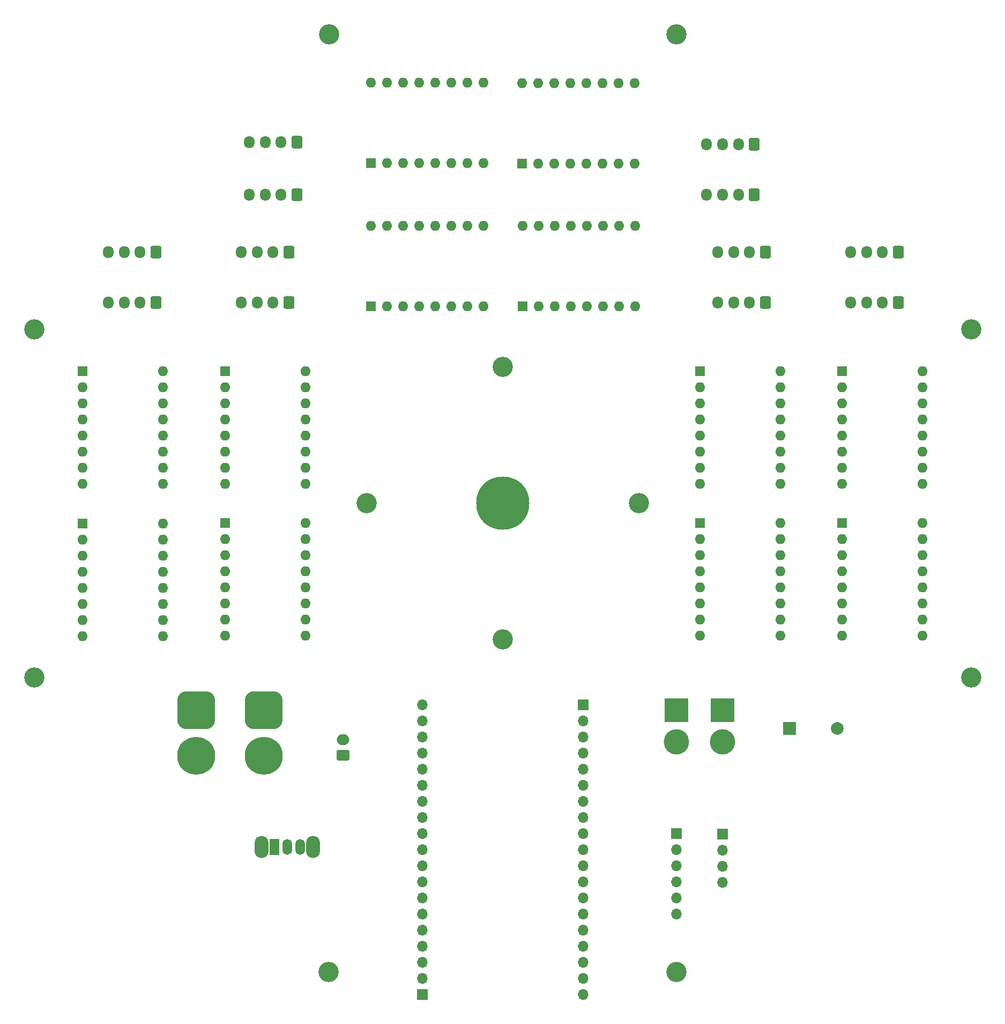
<source format=gbr>
%TF.GenerationSoftware,KiCad,Pcbnew,(7.0.0)*%
%TF.CreationDate,2023-12-12T01:18:49+01:00*%
%TF.ProjectId,Helios_PCB_panel,48656c69-6f73-45f5-9043-425f70616e65,rev?*%
%TF.SameCoordinates,Original*%
%TF.FileFunction,Soldermask,Top*%
%TF.FilePolarity,Negative*%
%FSLAX46Y46*%
G04 Gerber Fmt 4.6, Leading zero omitted, Abs format (unit mm)*
G04 Created by KiCad (PCBNEW (7.0.0)) date 2023-12-12 01:18:49*
%MOMM*%
%LPD*%
G01*
G04 APERTURE LIST*
G04 Aperture macros list*
%AMRoundRect*
0 Rectangle with rounded corners*
0 $1 Rounding radius*
0 $2 $3 $4 $5 $6 $7 $8 $9 X,Y pos of 4 corners*
0 Add a 4 corners polygon primitive as box body*
4,1,4,$2,$3,$4,$5,$6,$7,$8,$9,$2,$3,0*
0 Add four circle primitives for the rounded corners*
1,1,$1+$1,$2,$3*
1,1,$1+$1,$4,$5*
1,1,$1+$1,$6,$7*
1,1,$1+$1,$8,$9*
0 Add four rect primitives between the rounded corners*
20,1,$1+$1,$2,$3,$4,$5,0*
20,1,$1+$1,$4,$5,$6,$7,0*
20,1,$1+$1,$6,$7,$8,$9,0*
20,1,$1+$1,$8,$9,$2,$3,0*%
G04 Aperture macros list end*
%ADD10C,8.400000*%
%ADD11RoundRect,1.500000X-1.500000X1.500000X-1.500000X-1.500000X1.500000X-1.500000X1.500000X1.500000X0*%
%ADD12C,6.000000*%
%ADD13R,1.600000X1.600000*%
%ADD14O,1.600000X1.600000*%
%ADD15C,3.200000*%
%ADD16RoundRect,0.250000X0.600000X0.725000X-0.600000X0.725000X-0.600000X-0.725000X0.600000X-0.725000X0*%
%ADD17O,1.700000X1.950000*%
%ADD18R,3.800000X3.800000*%
%ADD19C,4.000000*%
%ADD20O,1.500000X2.500000*%
%ADD21R,1.500000X2.500000*%
%ADD22O,2.200000X3.500000*%
%ADD23RoundRect,0.250000X0.750000X-0.600000X0.750000X0.600000X-0.750000X0.600000X-0.750000X-0.600000X0*%
%ADD24O,2.000000X1.700000*%
%ADD25O,1.700000X1.700000*%
%ADD26R,1.700000X1.700000*%
%ADD27R,2.000000X2.000000*%
%ADD28C,2.000000*%
G04 APERTURE END LIST*
D10*
%TO.C,H13*%
X110000000Y-100000000D03*
%TD*%
D11*
%TO.C,POW1*%
X72250000Y-132650000D03*
D12*
X72250000Y-139850000D03*
%TD*%
D13*
%TO.C,DRV1_1*%
X89204799Y-46319599D03*
D14*
X91744799Y-46319599D03*
X94284799Y-46319599D03*
X96824799Y-46319599D03*
X99364799Y-46319599D03*
X101904799Y-46319599D03*
X104444799Y-46319599D03*
X106984799Y-46319599D03*
X106984799Y-33619599D03*
X104444799Y-33619599D03*
X101904799Y-33619599D03*
X99364799Y-33619599D03*
X96824799Y-33619599D03*
X94284799Y-33619599D03*
X91744799Y-33619599D03*
X89204799Y-33619599D03*
%TD*%
D15*
%TO.C,H9*%
X82500000Y-174000000D03*
%TD*%
%TO.C,H7*%
X184000000Y-127500000D03*
%TD*%
D16*
%TO.C,M0_1*%
X151500000Y-60300000D03*
D17*
X148999999Y-60299999D03*
X146499999Y-60299999D03*
X143999999Y-60299999D03*
%TD*%
D16*
%TO.C,M1_3*%
X149750000Y-43300000D03*
D17*
X147249999Y-43299999D03*
X144749999Y-43299999D03*
X142249999Y-43299999D03*
%TD*%
D13*
%TO.C,DRV2_2*%
X66159999Y-79109999D03*
D14*
X66159999Y-81649999D03*
X66159999Y-84189999D03*
X66159999Y-86729999D03*
X66159999Y-89269999D03*
X66159999Y-91809999D03*
X66159999Y-94349999D03*
X66159999Y-96889999D03*
X78859999Y-96889999D03*
X78859999Y-94349999D03*
X78859999Y-91809999D03*
X78859999Y-89269999D03*
X78859999Y-86729999D03*
X78859999Y-84189999D03*
X78859999Y-81649999D03*
X78859999Y-79109999D03*
%TD*%
D15*
%TO.C,H8*%
X137500000Y-174000000D03*
%TD*%
D16*
%TO.C,M0_3*%
X172500000Y-60300000D03*
D17*
X169999999Y-60299999D03*
X167499999Y-60299999D03*
X164999999Y-60299999D03*
%TD*%
D16*
%TO.C,M2_0*%
X55250000Y-68300000D03*
D17*
X52749999Y-68299999D03*
X50249999Y-68299999D03*
X47749999Y-68299999D03*
%TD*%
D16*
%TO.C,M0_0*%
X151500000Y-68300000D03*
D17*
X148999999Y-68299999D03*
X146499999Y-68299999D03*
X143999999Y-68299999D03*
%TD*%
D13*
%TO.C,DRV2_3*%
X66159999Y-103109999D03*
D14*
X66159999Y-105649999D03*
X66159999Y-108189999D03*
X66159999Y-110729999D03*
X66159999Y-113269999D03*
X66159999Y-115809999D03*
X66159999Y-118349999D03*
X66159999Y-120889999D03*
X78859999Y-120889999D03*
X78859999Y-118349999D03*
X78859999Y-115809999D03*
X78859999Y-113269999D03*
X78859999Y-110729999D03*
X78859999Y-108189999D03*
X78859999Y-105649999D03*
X78859999Y-103109999D03*
%TD*%
D18*
%TO.C,I2C*%
X144779999Y-132627999D03*
D19*
X144780000Y-137628000D03*
%TD*%
D11*
%TO.C,POW2*%
X61632000Y-132650000D03*
D12*
X61632000Y-139850000D03*
%TD*%
D20*
%TO.C,SW*%
X77999999Y-154249999D03*
X75999999Y-154249999D03*
D21*
X73999999Y-154249999D03*
D22*
X80099999Y-154249999D03*
X71899999Y-154249999D03*
%TD*%
D23*
%TO.C,FAN1*%
X84832000Y-139764000D03*
D24*
X84831999Y-137263999D03*
%TD*%
D16*
%TO.C,M1_2*%
X149750000Y-51300000D03*
D17*
X147249999Y-51299999D03*
X144749999Y-51299999D03*
X142249999Y-51299999D03*
%TD*%
D13*
%TO.C,DRV0_1*%
X141159999Y-103109999D03*
D14*
X141159999Y-105649999D03*
X141159999Y-108189999D03*
X141159999Y-110729999D03*
X141159999Y-113269999D03*
X141159999Y-115809999D03*
X141159999Y-118349999D03*
X141159999Y-120889999D03*
X153859999Y-120889999D03*
X153859999Y-118349999D03*
X153859999Y-115809999D03*
X153859999Y-113269999D03*
X153859999Y-110729999D03*
X153859999Y-108189999D03*
X153859999Y-105649999D03*
X153859999Y-103109999D03*
%TD*%
D15*
%TO.C,H6*%
X184000000Y-72500000D03*
%TD*%
D13*
%TO.C,DRV1_0*%
X89204799Y-68925599D03*
D14*
X91744799Y-68925599D03*
X94284799Y-68925599D03*
X96824799Y-68925599D03*
X99364799Y-68925599D03*
X101904799Y-68925599D03*
X104444799Y-68925599D03*
X106984799Y-68925599D03*
X106984799Y-56225599D03*
X104444799Y-56225599D03*
X101904799Y-56225599D03*
X99364799Y-56225599D03*
X96824799Y-56225599D03*
X94284799Y-56225599D03*
X91744799Y-56225599D03*
X89204799Y-56225599D03*
%TD*%
D16*
%TO.C,M1_0*%
X77500000Y-51300000D03*
D17*
X74999999Y-51299999D03*
X72499999Y-51299999D03*
X69999999Y-51299999D03*
%TD*%
D16*
%TO.C,M0_2*%
X172500000Y-68300000D03*
D17*
X169999999Y-68299999D03*
X167499999Y-68299999D03*
X164999999Y-68299999D03*
%TD*%
D15*
%TO.C,H3*%
X110000000Y-121500000D03*
%TD*%
D13*
%TO.C,DRV0_2*%
X163659999Y-79109999D03*
D14*
X163659999Y-81649999D03*
X163659999Y-84189999D03*
X163659999Y-86729999D03*
X163659999Y-89269999D03*
X163659999Y-91809999D03*
X163659999Y-94349999D03*
X163659999Y-96889999D03*
X176359999Y-96889999D03*
X176359999Y-94349999D03*
X176359999Y-91809999D03*
X176359999Y-89269999D03*
X176359999Y-86729999D03*
X176359999Y-84189999D03*
X176359999Y-81649999D03*
X176359999Y-79109999D03*
%TD*%
D16*
%TO.C,M2_3*%
X76250000Y-60300000D03*
D17*
X73749999Y-60299999D03*
X71249999Y-60299999D03*
X68749999Y-60299999D03*
%TD*%
D25*
%TO.C,MCU1*%
X97299999Y-131756788D03*
X97299999Y-134296788D03*
X97299999Y-136836788D03*
X97299999Y-139376788D03*
X97299999Y-141916788D03*
X97299999Y-144456788D03*
X97299999Y-146996788D03*
X97299999Y-149536788D03*
X97299999Y-152076788D03*
X97299999Y-154616788D03*
X97299999Y-157156788D03*
X97299999Y-159696788D03*
X97299999Y-162236788D03*
X97299999Y-164776788D03*
X97299999Y-167316788D03*
X97299999Y-169856788D03*
X97299999Y-172396788D03*
X97299999Y-174936788D03*
D26*
X97299999Y-177476788D03*
D25*
X122699999Y-177476788D03*
X122699999Y-174936788D03*
X122699999Y-172396788D03*
X122699999Y-169856788D03*
X122699999Y-167316788D03*
X122699999Y-164776788D03*
X122699999Y-162236788D03*
X122699999Y-159696788D03*
X122699999Y-157156788D03*
X122699999Y-154616788D03*
X122699999Y-152076788D03*
X122699999Y-149536788D03*
X122699999Y-146996788D03*
X122699999Y-144456788D03*
X122699999Y-141916788D03*
X122699999Y-139376788D03*
X122699999Y-136836788D03*
X122699999Y-134296788D03*
D26*
X122699999Y-131756788D03*
%TD*%
D15*
%TO.C,H10*%
X36000000Y-127500000D03*
%TD*%
D13*
%TO.C,DRV2_1*%
X43697999Y-103174799D03*
D14*
X43697999Y-105714799D03*
X43697999Y-108254799D03*
X43697999Y-110794799D03*
X43697999Y-113334799D03*
X43697999Y-115874799D03*
X43697999Y-118414799D03*
X43697999Y-120954799D03*
X56397999Y-120954799D03*
X56397999Y-118414799D03*
X56397999Y-115874799D03*
X56397999Y-113334799D03*
X56397999Y-110794799D03*
X56397999Y-108254799D03*
X56397999Y-105714799D03*
X56397999Y-103174799D03*
%TD*%
D18*
%TO.C,POW3*%
X137499999Y-132627999D03*
D19*
X137500000Y-137628000D03*
%TD*%
D26*
%TO.C,SPI*%
X137499999Y-152095199D03*
D25*
X137499999Y-154635199D03*
X137499999Y-157175199D03*
X137499999Y-159715199D03*
X137499999Y-162255199D03*
X137499999Y-164795199D03*
%TD*%
D16*
%TO.C,M2_2*%
X76250000Y-68300000D03*
D17*
X73749999Y-68299999D03*
X71249999Y-68299999D03*
X68749999Y-68299999D03*
%TD*%
D13*
%TO.C,DRV2_0*%
X43659999Y-79109999D03*
D14*
X43659999Y-81649999D03*
X43659999Y-84189999D03*
X43659999Y-86729999D03*
X43659999Y-89269999D03*
X43659999Y-91809999D03*
X43659999Y-94349999D03*
X43659999Y-96889999D03*
X56359999Y-96889999D03*
X56359999Y-94349999D03*
X56359999Y-91809999D03*
X56359999Y-89269999D03*
X56359999Y-86729999D03*
X56359999Y-84189999D03*
X56359999Y-81649999D03*
X56359999Y-79109999D03*
%TD*%
D15*
%TO.C,H2*%
X131500000Y-100000000D03*
%TD*%
D13*
%TO.C,DRV0_0*%
X141159999Y-79109999D03*
D14*
X141159999Y-81649999D03*
X141159999Y-84189999D03*
X141159999Y-86729999D03*
X141159999Y-89269999D03*
X141159999Y-91809999D03*
X141159999Y-94349999D03*
X141159999Y-96889999D03*
X153859999Y-96889999D03*
X153859999Y-94349999D03*
X153859999Y-91809999D03*
X153859999Y-89269999D03*
X153859999Y-86729999D03*
X153859999Y-84189999D03*
X153859999Y-81649999D03*
X153859999Y-79109999D03*
%TD*%
D15*
%TO.C,H1*%
X110000000Y-78500000D03*
%TD*%
D13*
%TO.C,DRV1_2*%
X113131599Y-68925599D03*
D14*
X115671599Y-68925599D03*
X118211599Y-68925599D03*
X120751599Y-68925599D03*
X123291599Y-68925599D03*
X125831599Y-68925599D03*
X128371599Y-68925599D03*
X130911599Y-68925599D03*
X130911599Y-56225599D03*
X128371599Y-56225599D03*
X125831599Y-56225599D03*
X123291599Y-56225599D03*
X120751599Y-56225599D03*
X118211599Y-56225599D03*
X115671599Y-56225599D03*
X113131599Y-56225599D03*
%TD*%
D15*
%TO.C,H4*%
X88500000Y-100000000D03*
%TD*%
D16*
%TO.C,M2_1*%
X55250000Y-60300000D03*
D17*
X52749999Y-60299999D03*
X50249999Y-60299999D03*
X47749999Y-60299999D03*
%TD*%
D27*
%TO.C,BUZZ*%
X155299999Y-135499999D03*
D28*
X162900000Y-135500000D03*
%TD*%
D16*
%TO.C,M1_1*%
X77500000Y-43000000D03*
D17*
X74999999Y-42999999D03*
X72499999Y-42999999D03*
X69999999Y-42999999D03*
%TD*%
D15*
%TO.C,H12*%
X82600000Y-26000000D03*
%TD*%
D13*
%TO.C,DRV0_3*%
X163659999Y-103109999D03*
D14*
X163659999Y-105649999D03*
X163659999Y-108189999D03*
X163659999Y-110729999D03*
X163659999Y-113269999D03*
X163659999Y-115809999D03*
X163659999Y-118349999D03*
X163659999Y-120889999D03*
X176359999Y-120889999D03*
X176359999Y-118349999D03*
X176359999Y-115809999D03*
X176359999Y-113269999D03*
X176359999Y-110729999D03*
X176359999Y-108189999D03*
X176359999Y-105649999D03*
X176359999Y-103109999D03*
%TD*%
D15*
%TO.C,H5*%
X137500000Y-26000000D03*
%TD*%
D26*
%TO.C,GPIO*%
X144754999Y-152199999D03*
D25*
X144754999Y-154739999D03*
X144754999Y-157279999D03*
X144754999Y-159819999D03*
%TD*%
D15*
%TO.C,H11*%
X36000000Y-72500000D03*
%TD*%
D13*
%TO.C,DRV1_3*%
X113109999Y-46339999D03*
D14*
X115649999Y-46339999D03*
X118189999Y-46339999D03*
X120729999Y-46339999D03*
X123269999Y-46339999D03*
X125809999Y-46339999D03*
X128349999Y-46339999D03*
X130889999Y-46339999D03*
X130889999Y-33639999D03*
X128349999Y-33639999D03*
X125809999Y-33639999D03*
X123269999Y-33639999D03*
X120729999Y-33639999D03*
X118189999Y-33639999D03*
X115649999Y-33639999D03*
X113109999Y-33639999D03*
%TD*%
M02*

</source>
